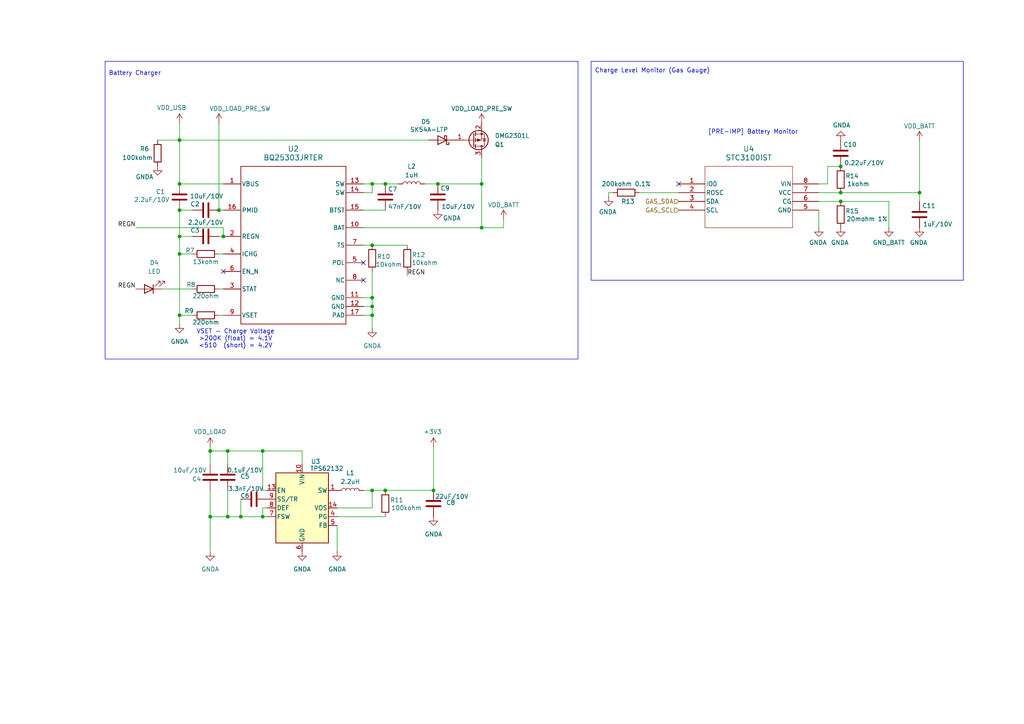
<source format=kicad_sch>
(kicad_sch (version 20231120) (generator "eeschema") (generator_version "8.0")
  (paper "A4")
  (lib_symbols
    (symbol "BQ25303JRTER:BQ25303JRTER" (pin_names (offset 0.254))
      (property "Reference" "U" (at 0 2.54 0))
      (property "Value" "BQ25303JRTER" (at 0 0 0))
      (symbol "BQ25303JRTER_0_1"
        (polyline (pts (xy -15.24 -22.86) (xy 15.24 -22.86)) (stroke (width 0.2032)))
        (polyline (pts (xy -15.24 22.86) (xy -15.24 -22.86)) (stroke (width 0.2032)))
        (polyline (pts (xy 15.24 -22.86) (xy 15.24 22.86)) (stroke (width 0.2032)))
        (polyline (pts (xy 15.24 22.86) (xy -15.24 22.86)) (stroke (width 0.2032)))
        (pin power_in line (at -20.32 17.78 0) (length 5.08) (name "VBUS") (number "1"))
        (pin power_in line (at 20.32 5.08 180) (length 5.08) (name "BAT") (number "10"))
        (pin power_in line (at 20.32 -15.24 180) (length 5.08) (name "GND") (number "11"))
        (pin power_in line (at 20.32 -17.78 180) (length 5.08) (name "GND") (number "12"))
        (pin power_in line (at 20.32 17.78 180) (length 5.08) (name "SW") (number "13"))
        (pin power_in line (at 20.32 15.24 180) (length 5.08) (name "SW") (number "14"))
        (pin power_in line (at 20.32 10.16 180) (length 5.08) (name "BTST") (number "15"))
        (pin output line (at -20.32 10.16 0) (length 5.08) (name "PMID") (number "16"))
        (pin power_in line (at 20.32 -20.32 180) (length 5.08) (name "PAD") (number "17"))
        (pin power_in line (at -20.32 2.54 0) (length 5.08) (name "REGN") (number "2"))
        (pin open_collector line (at -20.32 -12.7 0) (length 5.08) (name "STAT") (number "3"))
        (pin output line (at -20.32 -2.54 0) (length 5.08) (name "ICHG") (number "4"))
        (pin unspecified line (at 20.32 -5.08 180) (length 5.08) (name "POL") (number "5"))
        (pin input line (at -20.32 -7.62 0) (length 5.08) (name "EN_N") (number "6"))
        (pin input line (at 20.32 0 180) (length 5.08) (name "TS") (number "7"))
        (pin unspecified line (at 20.32 -10.16 180) (length 5.08) (name "NC") (number "8"))
        (pin input line (at -20.32 -20.32 0) (length 5.08) (name "VSET") (number "9"))
      )
    )
    (symbol "Device:C" (pin_numbers hide) (pin_names (offset 0.254))
      (property "Reference" "C" (at 0.635 2.54 0))
      (property "Value" "C" (at 0.635 -2.54 0))
      (symbol "C_0_1"
        (polyline (pts (xy -2.032 -0.762) (xy 2.032 -0.762)) (stroke (width 0.508)))
        (polyline (pts (xy -2.032 0.762) (xy 2.032 0.762)) (stroke (width 0.508)))
      )
      (symbol "C_1_1"
        (pin passive line (at 0 3.81 270) (length 2.794) (name "~") (number "1"))
        (pin passive line (at 0 -3.81 90) (length 2.794) (name "~") (number "2"))
      )
    )
    (symbol "Device:D_Schottky" (pin_numbers hide) (pin_names (offset 1.016) hide)
      (property "Reference" "D" (at 0 2.54 0))
      (property "Value" "D_Schottky" (at 0 -2.54 0))
      (symbol "D_Schottky_0_1"
        (polyline (pts (xy 1.27 0) (xy -1.27 0)))
        (polyline (pts (xy 1.27 1.27) (xy 1.27 -1.27) (xy -1.27 0) (xy 1.27 1.27)) (stroke (width 0.254)))
        (polyline (pts (xy -1.905 0.635) (xy -1.905 1.27) (xy -1.27 1.27) (xy -1.27 -1.27) (xy -0.635 -1.27) (xy -0.635 -0.635)) (stroke (width 0.254)))
      )
      (symbol "D_Schottky_1_1"
        (pin passive line (at -3.81 0 0) (length 2.54) (name "K") (number "1"))
        (pin passive line (at 3.81 0 180) (length 2.54) (name "A") (number "2"))
      )
    )
    (symbol "Device:L" (pin_numbers hide) (pin_names (offset 1.016) hide)
      (property "Reference" "L" (at -1.27 0 90))
      (property "Value" "L" (at 1.905 0 90))
      (symbol "L_0_1"
        (arc (start 0 -2.54) (mid 0.6323 -1.905) (end 0 -1.27))
        (arc (start 0 -1.27) (mid 0.6323 -0.635) (end 0 0))
        (arc (start 0 0) (mid 0.6323 0.635) (end 0 1.27))
        (arc (start 0 1.27) (mid 0.6323 1.905) (end 0 2.54))
      )
      (symbol "L_1_1"
        (pin passive line (at 0 3.81 270) (length 1.27) (name "1") (number "1"))
        (pin passive line (at 0 -3.81 90) (length 1.27) (name "2") (number "2"))
      )
    )
    (symbol "Device:LED" (pin_numbers hide) (pin_names (offset 1.016) hide)
      (property "Reference" "D" (at 0 2.54 0))
      (property "Value" "LED" (at 0 -2.54 0))
      (symbol "LED_0_1"
        (polyline (pts (xy -1.27 -1.27) (xy -1.27 1.27)) (stroke (width 0.254)))
        (polyline (pts (xy -1.27 0) (xy 1.27 0)))
        (polyline (pts (xy 1.27 -1.27) (xy 1.27 1.27) (xy -1.27 0) (xy 1.27 -1.27)) (stroke (width 0.254)))
        (polyline (pts (xy -3.048 -0.762) (xy -4.572 -2.286) (xy -3.81 -2.286) (xy -4.572 -2.286) (xy -4.572 -1.524)))
        (polyline (pts (xy -1.778 -0.762) (xy -3.302 -2.286) (xy -2.54 -2.286) (xy -3.302 -2.286) (xy -3.302 -1.524)))
      )
      (symbol "LED_1_1"
        (pin passive line (at -3.81 0 0) (length 2.54) (name "K") (number "1"))
        (pin passive line (at 3.81 0 180) (length 2.54) (name "A") (number "2"))
      )
    )
    (symbol "Device:R" (pin_numbers hide) (pin_names (offset 0))
      (property "Reference" "R" (at 2.032 0 90))
      (property "Value" "R" (at 0 0 90))
      (symbol "R_0_1"
        (rectangle (start -1.016 -2.54) (end 1.016 2.54) (stroke (width 0.254)))
      )
      (symbol "R_1_1"
        (pin passive line (at 0 3.81 270) (length 1.27) (name "~") (number "1"))
        (pin passive line (at 0 -3.81 90) (length 1.27) (name "~") (number "2"))
      )
    )
    (symbol "Regulator_Switching:TPS62132" (pin_names (offset 0.254))
      (property "Reference" "U" (at 3.81 13.97 0))
      (property "Value" "TPS62132" (at 3.81 11.43 0))
      (symbol "TPS62132_0_1"
        (rectangle (start -7.62 10.16) (end 7.62 -10.16) (stroke (width 0.254)) (fill (type background)))
      )
      (symbol "TPS62132_1_1"
        (pin output line (at 10.16 5.08 180) (length 2.54) (name "SW") (number "1"))
        (pin power_in line (at 0 12.7 270) (length 2.54) (name "VIN") (number "10"))
        (pin passive line (at 0 12.7 270) (length 2.54) hide (name "VIN") (number "11"))
        (pin passive line (at 0 12.7 270) (length 2.54) hide (name "VIN") (number "12"))
        (pin input line (at -10.16 5.08 0) (length 2.54) (name "EN") (number "13"))
        (pin input line (at 10.16 0 180) (length 2.54) (name "VOS") (number "14"))
        (pin passive line (at 0 -12.7 90) (length 2.54) hide (name "GND") (number "15"))
        (pin passive line (at 0 -12.7 90) (length 2.54) hide (name "GND") (number "16"))
        (pin passive line (at 0 -12.7 90) (length 2.54) hide (name "GND") (number "17"))
        (pin passive line (at 10.16 5.08 180) (length 2.54) hide (name "SW") (number "2"))
        (pin passive line (at 10.16 5.08 180) (length 2.54) hide (name "SW") (number "3"))
        (pin open_collector line (at 10.16 -2.54 180) (length 2.54) (name "PG") (number "4"))
        (pin input line (at 10.16 -5.08 180) (length 2.54) (name "FB") (number "5"))
        (pin power_in line (at 0 -12.7 90) (length 2.54) (name "GND") (number "6"))
        (pin input line (at -10.16 -2.54 0) (length 2.54) (name "FSW") (number "7"))
        (pin input line (at -10.16 0 0) (length 2.54) (name "DEF") (number "8"))
        (pin input line (at -10.16 2.54 0) (length 2.54) (name "SS/TR") (number "9"))
      )
    )
    (symbol "STC3100IST:STC3100IST" (pin_names (offset 0.254))
      (property "Reference" "U" (at 20.32 10.16 0))
      (property "Value" "STC3100IST" (at 20.32 7.62 0))
      (symbol "STC3100IST_0_1"
        (polyline (pts (xy 7.62 -12.7) (xy 33.02 -12.7)) (stroke (width 0.127)))
        (polyline (pts (xy 7.62 5.08) (xy 7.62 -12.7)) (stroke (width 0.127)))
        (polyline (pts (xy 33.02 -12.7) (xy 33.02 5.08)) (stroke (width 0.127)))
        (polyline (pts (xy 33.02 5.08) (xy 7.62 5.08)) (stroke (width 0.127)))
        (pin bidirectional line (at 0 0 0) (length 7.62) (name "IO0") (number "1"))
        (pin unspecified line (at 0 -2.54 0) (length 7.62) (name "ROSC") (number "2"))
        (pin bidirectional line (at 0 -5.08 0) (length 7.62) (name "SDA") (number "3"))
        (pin input line (at 0 -7.62 0) (length 7.62) (name "SCL") (number "4"))
        (pin power_in line (at 40.64 -7.62 180) (length 7.62) (name "GND") (number "5"))
        (pin input line (at 40.64 -5.08 180) (length 7.62) (name "CG") (number "6"))
        (pin power_in line (at 40.64 -2.54 180) (length 7.62) (name "VCC") (number "7"))
        (pin input line (at 40.64 0 180) (length 7.62) (name "VIN") (number "8"))
      )
    )
    (symbol "Transistor_FET:DMG2301L" (pin_names hide)
      (property "Reference" "Q" (at 5.08 1.905 0))
      (property "Value" "DMG2301L" (at 5.08 0 0))
      (symbol "DMG2301L_0_1"
        (polyline (pts (xy 0.254 0) (xy -2.54 0)))
        (polyline (pts (xy 0.254 1.905) (xy 0.254 -1.905)) (stroke (width 0.254)))
        (polyline (pts (xy 0.762 -1.27) (xy 0.762 -2.286)) (stroke (width 0.254)))
        (polyline (pts (xy 0.762 0.508) (xy 0.762 -0.508)) (stroke (width 0.254)))
        (polyline (pts (xy 0.762 2.286) (xy 0.762 1.27)) (stroke (width 0.254)))
        (polyline (pts (xy 2.54 2.54) (xy 2.54 1.778)))
        (polyline (pts (xy 2.54 -2.54) (xy 2.54 0) (xy 0.762 0)))
        (polyline (pts (xy 0.762 1.778) (xy 3.302 1.778) (xy 3.302 -1.778) (xy 0.762 -1.778)))
        (polyline (pts (xy 2.286 0) (xy 1.27 0.381) (xy 1.27 -0.381) (xy 2.286 0)) (fill (type outline)))
        (polyline (pts (xy 2.794 -0.508) (xy 2.921 -0.381) (xy 3.683 -0.381) (xy 3.81 -0.254)))
        (polyline (pts (xy 3.302 -0.381) (xy 2.921 0.254) (xy 3.683 0.254) (xy 3.302 -0.381)))
        (circle (center 1.651 0) (radius 2.794) (stroke (width 0.254)))
        (circle (center 2.54 -1.778) (radius 0.254) (fill (type outline)))
        (circle (center 2.54 1.778) (radius 0.254) (fill (type outline)))
      )
      (symbol "DMG2301L_1_1"
        (pin input line (at -5.08 0 0) (length 2.54) (name "G") (number "1"))
        (pin passive line (at 2.54 -5.08 90) (length 2.54) (name "S") (number "2"))
        (pin passive line (at 2.54 5.08 270) (length 2.54) (name "D") (number "3"))
      )
    )
    (symbol "power:+3V3" (power) (pin_numbers hide) (pin_names (offset 0) hide)
      (property "Value" "+3V3" (at 0 3.556 0))
      (symbol "+3V3_0_1"
        (polyline (pts (xy -0.762 1.27) (xy 0 2.54)))
        (polyline (pts (xy 0 0) (xy 0 2.54)))
        (polyline (pts (xy 0 2.54) (xy 0.762 1.27)))
      )
      (symbol "+3V3_1_1"
        (pin power_in line (at 0 0 90) (length 0) (name "~") (number "1"))
      )
    )
    (symbol "power:GND" (power) (pin_numbers hide) (pin_names (offset 0) hide)
      (property "Value" "GND" (at 0 -3.81 0))
      (symbol "GND_0_1"
        (polyline (pts (xy 0 0) (xy 0 -1.27) (xy 1.27 -1.27) (xy 0 -2.54) (xy -1.27 -1.27) (xy 0 -1.27)))
      )
      (symbol "GND_1_1"
        (pin power_in line (at 0 0 270) (length 0) (name "~") (number "1"))
      )
    )
    (symbol "power:GNDA" (power) (pin_numbers hide) (pin_names (offset 0) hide)
      (property "Value" "GNDA" (at 0 -3.81 0))
      (symbol "GNDA_0_1"
        (polyline (pts (xy 0 0) (xy 0 -1.27) (xy 1.27 -1.27) (xy 0 -2.54) (xy -1.27 -1.27) (xy 0 -1.27)))
      )
      (symbol "GNDA_1_1"
        (pin power_in line (at 0 0 270) (length 0) (name "~") (number "1"))
      )
    )
  )
  (junction (at 139.7 53.34))
  (junction (at 107.95 71.12))
  (junction (at 52.07 73.66))
  (junction (at 76.2 130.81))
  (junction (at 60.96 149.86))
  (junction (at 243.84 58.42))
  (junction (at 63.5 60.96))
  (junction (at 52.07 40.64))
  (junction (at 243.84 48.26))
  (junction (at 243.84 55.88))
  (junction (at 111.76 142.24))
  (junction (at 139.7 66.04))
  (junction (at 66.04 130.81))
  (junction (at 107.95 142.24))
  (junction (at 125.73 142.24))
  (junction (at 60.96 130.81))
  (junction (at 111.76 53.34))
  (junction (at 52.07 60.96))
  (junction (at 107.95 91.44))
  (junction (at 266.7 55.88))
  (junction (at 64.77 68.58))
  (junction (at 127 53.34))
  (junction (at 52.07 68.58))
  (junction (at 52.07 53.34))
  (junction (at 107.95 88.9))
  (junction (at 107.95 86.36))
  (junction (at 107.95 53.34))
  (junction (at 52.07 91.44))
  (junction (at 66.04 149.86))
  (junction (at 76.2 149.86))
  (junction (at 69.85 149.86))
  (no_connect (at 105.41 76.2))
  (no_connect (at 64.77 78.74))
  (no_connect (at 196.85 53.34))
  (no_connect (at 105.41 81.28))
  (wire (pts (xy 77.47 147.32) (xy 76.2 147.32)))
  (wire (pts (xy 39.37 66.04) (xy 64.77 66.04)))
  (wire (pts (xy 69.85 144.78) (xy 69.85 149.86)))
  (wire (pts (xy 146.05 66.04) (xy 139.7 66.04)))
  (wire (pts (xy 63.5 35.56) (xy 63.5 60.96)))
  (wire (pts (xy 105.41 55.88) (xy 107.95 55.88)))
  (wire (pts (xy 111.76 142.24) (xy 125.73 142.24)))
  (wire (pts (xy 46.99 83.82) (xy 55.88 83.82)))
  (wire (pts (xy 63.5 60.96) (xy 64.77 60.96)))
  (wire (pts (xy 139.7 66.04) (xy 105.41 66.04)))
  (wire (pts (xy 52.07 91.44) (xy 52.07 73.66)))
  (wire (pts (xy 63.5 68.58) (xy 64.77 68.58)))
  (wire (pts (xy 66.04 130.81) (xy 76.2 130.81)))
  (wire (pts (xy 107.95 86.36) (xy 107.95 88.9)))
  (wire (pts (xy 105.41 88.9) (xy 107.95 88.9)))
  (wire (pts (xy 237.49 55.88) (xy 243.84 55.88)))
  (wire (pts (xy 127 53.34) (xy 139.7 53.34)))
  (wire (pts (xy 107.95 88.9) (xy 107.95 91.44)))
  (wire (pts (xy 107.95 78.74) (xy 107.95 86.36)))
  (wire (pts (xy 52.07 53.34) (xy 64.77 53.34)))
  (wire (pts (xy 107.95 142.24) (xy 111.76 142.24)))
  (wire (pts (xy 52.07 68.58) (xy 52.07 60.96)))
  (wire (pts (xy 52.07 93.98) (xy 52.07 91.44)))
  (wire (pts (xy 66.04 130.81) (xy 66.04 134.62)))
  (wire (pts (xy 118.11 80.01) (xy 118.11 78.74)))
  (wire (pts (xy 97.79 149.86) (xy 111.76 149.86)))
  (wire (pts (xy 123.19 53.34) (xy 127 53.34)))
  (wire (pts (xy 107.95 53.34) (xy 111.76 53.34)))
  (wire (pts (xy 60.96 142.24) (xy 60.96 149.86)))
  (wire (pts (xy 52.07 60.96) (xy 55.88 60.96)))
  (wire (pts (xy 237.49 66.04) (xy 237.49 60.96)))
  (wire (pts (xy 257.81 58.42) (xy 257.81 66.04)))
  (wire (pts (xy 66.04 149.86) (xy 69.85 149.86)))
  (wire (pts (xy 60.96 129.54) (xy 60.96 130.81)))
  (wire (pts (xy 176.53 57.15) (xy 176.53 55.88)))
  (wire (pts (xy 45.72 40.64) (xy 52.07 40.64)))
  (wire (pts (xy 266.7 58.42) (xy 266.7 55.88)))
  (wire (pts (xy 87.63 130.81) (xy 87.63 134.62)))
  (wire (pts (xy 60.96 130.81) (xy 60.96 134.62)))
  (wire (pts (xy 63.5 91.44) (xy 64.77 91.44)))
  (wire (pts (xy 107.95 86.36) (xy 105.41 86.36)))
  (wire (pts (xy 76.2 147.32) (xy 76.2 149.86)))
  (wire (pts (xy 107.95 55.88) (xy 107.95 53.34)))
  (wire (pts (xy 125.73 129.54) (xy 125.73 142.24)))
  (wire (pts (xy 52.07 40.64) (xy 124.46 40.64)))
  (wire (pts (xy 146.05 66.04) (xy 146.05 63.5)))
  (wire (pts (xy 243.84 55.88) (xy 266.7 55.88)))
  (wire (pts (xy 69.85 149.86) (xy 76.2 149.86)))
  (wire (pts (xy 240.03 48.26) (xy 243.84 48.26)))
  (wire (pts (xy 139.7 45.72) (xy 139.7 53.34)))
  (wire (pts (xy 237.49 58.42) (xy 243.84 58.42)))
  (wire (pts (xy 66.04 142.24) (xy 66.04 149.86)))
  (wire (pts (xy 139.7 53.34) (xy 139.7 66.04)))
  (wire (pts (xy 60.96 130.81) (xy 66.04 130.81)))
  (wire (pts (xy 55.88 73.66) (xy 52.07 73.66)))
  (wire (pts (xy 52.07 73.66) (xy 52.07 68.58)))
  (wire (pts (xy 105.41 142.24) (xy 107.95 142.24)))
  (wire (pts (xy 107.95 53.34) (xy 105.41 53.34)))
  (wire (pts (xy 64.77 66.04) (xy 64.77 68.58)))
  (wire (pts (xy 76.2 149.86) (xy 77.47 149.86)))
  (wire (pts (xy 107.95 91.44) (xy 107.95 95.25)))
  (wire (pts (xy 107.95 147.32) (xy 107.95 142.24)))
  (wire (pts (xy 97.79 147.32) (xy 107.95 147.32)))
  (wire (pts (xy 63.5 83.82) (xy 64.77 83.82)))
  (wire (pts (xy 60.96 149.86) (xy 66.04 149.86)))
  (wire (pts (xy 55.88 68.58) (xy 52.07 68.58)))
  (wire (pts (xy 257.81 58.42) (xy 243.84 58.42)))
  (wire (pts (xy 237.49 53.34) (xy 240.03 53.34)))
  (wire (pts (xy 266.7 40.64) (xy 266.7 55.88)))
  (wire (pts (xy 76.2 130.81) (xy 87.63 130.81)))
  (wire (pts (xy 76.2 142.24) (xy 77.47 142.24)))
  (wire (pts (xy 115.57 53.34) (xy 111.76 53.34)))
  (wire (pts (xy 240.03 53.34) (xy 240.03 48.26)))
  (wire (pts (xy 55.88 91.44) (xy 52.07 91.44)))
  (wire (pts (xy 52.07 53.34) (xy 52.07 40.64)))
  (wire (pts (xy 105.41 71.12) (xy 107.95 71.12)))
  (wire (pts (xy 52.07 35.56) (xy 52.07 40.64)))
  (wire (pts (xy 176.53 55.88) (xy 177.8 55.88)))
  (wire (pts (xy 105.41 60.96) (xy 111.76 60.96)))
  (wire (pts (xy 63.5 73.66) (xy 64.77 73.66)))
  (wire (pts (xy 76.2 142.24) (xy 76.2 130.81)))
  (wire (pts (xy 97.79 160.02) (xy 97.79 152.4)))
  (wire (pts (xy 105.41 91.44) (xy 107.95 91.44)))
  (wire (pts (xy 60.96 149.86) (xy 60.96 160.02)))
  (wire (pts (xy 107.95 71.12) (xy 118.11 71.12)))
  (wire (pts (xy 185.42 55.88) (xy 196.85 55.88)))
  (rectangle (start 30.48 17.78) (end 167.64 104.14))
  (rectangle (start 171.45 17.78) (end 279.4 81.28))
  (text "Battery Charger" (at 39.116 21.336 0) (effects (font (size 1.27 1.27))))
  (text "[PRE-IMP] Battery Monitor" (at 218.44 38.354 0) (effects (font (size 1.27 1.27))))
  (text "Charge Level Monitor (Gas Gauge)" (at 189.23 20.574 0) (effects (font (size 1.27 1.27))))
  (text "VSET - Charge Voltage\n>200K (float) = 4.1V\n<510  (short) = 4.2V" (at 68.326 98.298 0) (effects (font (size 1.27 1.27))))
  (label "REGN" (at 39.37 83.82 180))
  (label "REGN" (at 39.37 66.04 180))
  (label "REGN" (at 118.11 80.01 0))
  (hierarchical_label "GAS_SCL" (shape input) (at 196.85 60.96 180))
  (hierarchical_label "GAS_SDA" (shape input) (at 196.85 58.42 180))
  (symbol (lib_id "Device:R") (at 243.84 52.07 180) (unit 1)
    (property "Reference" "R14" (at 247.142 51.054 0))
    (property "Value" "1kohm" (at 248.92 53.34 0))
    (property "Footprint" "Resistor_SMD:R_0603_1608Metric" (effects (hide yes)))
    (property "Description" "Resistor" (effects (hide yes)))
    (property "MANUF_PN" "RMCF0603FT1K00" (effects (hide yes)))
  )
  (symbol (lib_id "power:+3V3") (at 63.5 35.56 0) (unit 1)
    (property "Reference" "#PWR041" (effects (hide yes)))
    (property "Value" "VDD_LOAD_PRE_SW" (at 60.706 31.496 0) (effects (justify left)))
    (property "Description" "Power symbol creates a global label with name \"+3V3\"" (effects (hide yes)))
  )
  (symbol (lib_id "BQ25303JRTER:BQ25303JRTER") (at 85.09 71.12 0) (unit 1)
    (property "Reference" "U2" (at 85.09 43.18 0) (effects (font (size 1.524 1.524))))
    (property "Value" "BQ25303JRTER" (at 85.09 45.72 0) (effects (font (size 1.524 1.524))))
    (property "Footprint" "BQ25303JRTER:RTE0016C" (effects (hide yes)))
    (property "Datasheet" "https://www.digikey.ca/en/products/detail/texas-instruments/BQ25303JRTER/13918770" (effects (hide yes)))
    (property "MANUF_PN" "BQ25303JRTER" (effects (hide yes)))
  )
  (symbol (lib_id "Device:C") (at 59.69 68.58 90) (unit 1)
    (property "Reference" "C3" (at 57.912 66.802 90) (effects (justify left)))
    (property "Value" "2.2uF/10V" (at 64.77 64.516 90) (effects (justify left)))
    (property "Footprint" "Capacitor_SMD:C_0603_1608Metric" (effects (hide yes)))
    (property "Description" "Unpolarized capacitor" (effects (hide yes)))
    (property "MANUF_PN" "C0603C225K4PACTU" (effects (hide yes)))
  )
  (symbol (lib_id "Regulator_Switching:TPS62132") (at 87.63 147.32 0) (unit 1)
    (property "Reference" "U3" (at 90.17 133.858 0) (effects (justify left)))
    (property "Value" "TPS62132" (at 89.916 135.89 0) (effects (justify left)))
    (property "Footprint" "Package_DFN_QFN:VQFN-16-1EP_3x3mm_P0.5mm_EP1.68x1.68mm_ThermalVias" (effects (hide yes)))
    (property "Datasheet" "https://www.digikey.ca/en/products/detail/texas-instruments/TPS62132RGTR/2786726" (effects (hide yes)))
    (property "Description" "3A Step-Down Converter with DCS-Control, Fixed 3.3V Output Voltage, 3-17V Input Voltage, QFN-16" (effects (hide yes)))
    (property "MANUF_PN" "TPS62132RGTR" (effects (hide yes)))
  )
  (symbol (lib_id "Device:C") (at 60.96 138.43 180) (unit 1)
    (property "Reference" "C4" (at 58.42 138.938 0) (effects (justify left)))
    (property "Value" "10uF/10V" (at 59.944 136.398 0) (effects (justify left)))
    (property "Footprint" "Capacitor_SMD:C_1210_3225Metric" (effects (hide yes)))
    (property "Description" "Unpolarized capacitor" (effects (hide yes)))
    (property "MANUF_PN" "LMK325B7106KN-T" (effects (hide yes)))
  )
  (symbol (lib_id "power:GNDA") (at 97.79 160.02 0) (unit 1)
    (property "Reference" "#PWR043" (effects (hide yes)))
    (property "Value" "GNDA" (at 97.79 165.1 0))
    (property "Description" "Power symbol creates a global label with name \"GNDA\" , analog ground" (effects (hide yes)))
  )
  (symbol (lib_id "Device:R") (at 243.84 62.23 180) (unit 1)
    (property "Reference" "R15" (at 247.142 61.214 0))
    (property "Value" "20mohm 1%" (at 251.46 63.5 0))
    (property "Footprint" "Resistor_SMD:R_0805_2012Metric" (effects (hide yes)))
    (property "Datasheet" "https://www.digikey.ca/en/products/detail/panasonic-electronic-components/ERJ-6CWDR020V/10261701" (effects (hide yes)))
    (property "Description" "Resistor" (effects (hide yes)))
    (property "MANUF_PN" "ERJ-6CWDR020V" (effects (hide yes)))
  )
  (symbol (lib_id "Device:R") (at 118.11 74.93 180) (unit 1)
    (property "Reference" "R12" (at 121.412 73.914 0))
    (property "Value" "10kohm" (at 123.19 76.2 0))
    (property "Footprint" "Capacitor_SMD:C_0603_1608Metric" (effects (hide yes)))
    (property "Description" "Resistor" (effects (hide yes)))
    (property "MANUF_PN" "RC0603FR-0710KL" (effects (hide yes)))
  )
  (symbol (lib_id "Device:C") (at 59.69 60.96 90) (unit 1)
    (property "Reference" "C2" (at 57.912 59.182 90) (effects (justify left)))
    (property "Value" "10uF/10V" (at 64.77 56.896 90) (effects (justify left)))
    (property "Footprint" "Capacitor_SMD:C_0603_1608Metric" (effects (hide yes)))
    (property "Description" "Unpolarized capacitor" (effects (hide yes)))
    (property "MANUF_PN" "CL10A106KP8NNNC" (effects (hide yes)))
  )
  (symbol (lib_id "power:GNDA") (at 125.73 149.86 0) (unit 1)
    (property "Reference" "#PWR046" (effects (hide yes)))
    (property "Value" "GNDA" (at 125.73 154.94 0))
    (property "Description" "Power symbol creates a global label with name \"GNDA\" , analog ground" (effects (hide yes)))
  )
  (symbol (lib_id "STC3100IST:STC3100IST") (at 196.85 53.34 0) (unit 1)
    (property "Reference" "U4" (at 217.17 43.18 0) (effects (font (size 1.524 1.524))))
    (property "Value" "STC3100IST" (at 217.17 45.72 0) (effects (font (size 1.524 1.524))))
    (property "Footprint" "STC3100IST:MiniSO8_STM" (effects (hide yes)))
    (property "Datasheet" "https://www.digikey.com/en/products/detail/stmicroelectronics/STC3100IST/2270931" (effects (hide yes)))
    (property "MANUF_PN" "STC3100IST" (effects (hide yes)))
  )
  (symbol (lib_id "power:GNDA") (at 87.63 160.02 0) (unit 1)
    (property "Reference" "#PWR042" (effects (hide yes)))
    (property "Value" "GNDA" (at 87.63 165.1 0))
    (property "Description" "Power symbol creates a global label with name \"GNDA\" , analog ground" (effects (hide yes)))
  )
  (symbol (lib_id "power:GNDA") (at 107.95 95.25 0) (unit 1)
    (property "Reference" "#PWR044" (effects (hide yes)))
    (property "Value" "GNDA" (at 107.95 100.33 0))
    (property "Description" "Power symbol creates a global label with name \"GNDA\" , analog ground" (effects (hide yes)))
  )
  (symbol (lib_id "power:+3V3") (at 139.7 35.56 0) (unit 1)
    (property "Reference" "#PWR048" (effects (hide yes)))
    (property "Value" "VDD_LOAD_PRE_SW" (at 130.81 31.496 0) (effects (justify left)))
    (property "Description" "Power symbol creates a global label with name \"+3V3\"" (effects (hide yes)))
  )
  (symbol (lib_id "power:GNDA") (at 237.49 66.04 0) (unit 1)
    (property "Reference" "#PWR051" (effects (hide yes)))
    (property "Value" "GNDA" (at 237.236 70.358 0))
    (property "Description" "Power symbol creates a global label with name \"GNDA\" , analog ground" (effects (hide yes)))
  )
  (symbol (lib_id "power:GNDA") (at 243.84 66.04 0) (unit 1)
    (property "Reference" "#PWR053" (effects (hide yes)))
    (property "Value" "GNDA" (at 243.586 70.358 0))
    (property "Description" "Power symbol creates a global label with name \"GNDA\" , analog ground" (effects (hide yes)))
  )
  (symbol (lib_id "Device:C") (at 127 57.15 0) (unit 1)
    (property "Reference" "C9" (at 127.762 54.61 0) (effects (justify left)))
    (property "Value" "10uF/10V" (at 128.016 59.944 0) (effects (justify left)))
    (property "Footprint" "Capacitor_SMD:C_0603_1608Metric" (effects (hide yes)))
    (property "Description" "Unpolarized capacitor" (effects (hide yes)))
    (property "MANUF_PN" "CL10A106KP8NNNC" (effects (hide yes)))
  )
  (symbol (lib_id "power:GNDA") (at 60.96 160.02 0) (unit 1)
    (property "Reference" "#PWR040" (effects (hide yes)))
    (property "Value" "GNDA" (at 60.96 165.1 0))
    (property "Description" "Power symbol creates a global label with name \"GNDA\" , analog ground" (effects (hide yes)))
  )
  (symbol (lib_id "Device:R") (at 111.76 146.05 180) (unit 1)
    (property "Reference" "R11" (at 115.062 145.034 0))
    (property "Value" "100kohm" (at 117.856 147.32 0))
    (property "Footprint" "Resistor_SMD:R_0603_1608Metric" (effects (hide yes)))
    (property "Description" "Resistor" (effects (hide yes)))
    (property "MANUF_PN" "RMCF0603FT100K" (effects (hide yes)))
  )
  (symbol (lib_id "power:GNDA") (at 266.7 66.04 0) (unit 1)
    (property "Reference" "#PWR056" (effects (hide yes)))
    (property "Value" "GNDA" (at 266.446 70.358 0))
    (property "Description" "Power symbol creates a global label with name \"GNDA\" , analog ground" (effects (hide yes)))
  )
  (symbol (lib_id "power:+3V3") (at 266.7 40.64 0) (unit 1)
    (property "Reference" "#PWR055" (effects (hide yes)))
    (property "Value" "VDD_BATT" (at 262.128 36.576 0) (effects (justify left)))
    (property "Description" "Power symbol creates a global label with name \"+3V3\"" (effects (hide yes)))
  )
  (symbol (lib_id "Device:R") (at 59.69 91.44 90) (unit 1)
    (property "Reference" "R9" (at 54.864 90.17 90))
    (property "Value" "220ohm" (at 59.69 93.472 90))
    (property "Footprint" "Resistor_SMD:R_0603_1608Metric" (effects (hide yes)))
    (property "Description" "Resistor" (effects (hide yes)))
    (property "MANUF_PN" "RMCF0603FT220R" (effects (hide yes)))
  )
  (symbol (lib_id "power:GNDA") (at 176.53 57.15 0) (unit 1)
    (property "Reference" "#PWR050" (effects (hide yes)))
    (property "Value" "GNDA" (at 176.276 61.468 0))
    (property "Description" "Power symbol creates a global label with name \"GNDA\" , analog ground" (effects (hide yes)))
  )
  (symbol (lib_id "Device:C") (at 66.04 138.43 180) (unit 1)
    (property "Reference" "C5" (at 72.39 138.176 0) (effects (justify left)))
    (property "Value" "0.1uF/10V" (at 76.2 136.398 0) (effects (justify left)))
    (property "Footprint" "Capacitor_SMD:C_0603_1608Metric" (effects (hide yes)))
    (property "Description" "Unpolarized capacitor" (effects (hide yes)))
    (property "MANUF_PN" "C0603C104K5RAC7411" (effects (hide yes)))
  )
  (symbol (lib_id "power:+3V3") (at 60.96 129.54 0) (unit 1)
    (property "Reference" "#PWR039" (effects (hide yes)))
    (property "Value" "VDD_LOAD" (at 56.134 125.222 0) (effects (justify left)))
    (property "Description" "Power symbol creates a global label with name \"+3V3\"" (effects (hide yes)))
  )
  (symbol (lib_id "Device:R") (at 59.69 73.66 90) (unit 1)
    (property "Reference" "R7" (at 55.118 72.644 90))
    (property "Value" "13kohm" (at 59.69 75.946 90))
    (property "Footprint" "Resistor_SMD:R_0603_1608Metric" (effects (hide yes)))
    (property "Description" "Resistor" (effects (hide yes)))
    (property "MANUF_PN" "RC0603FR-0713KL" (effects (hide yes)))
  )
  (symbol (lib_id "power:GND") (at 257.81 66.04 0) (unit 1)
    (property "Reference" "#PWR054" (effects (hide yes)))
    (property "Value" "GND_BATT" (at 257.81 70.358 0))
    (property "Description" "Power symbol creates a global label with name \"GND\" , ground" (effects (hide yes)))
  )
  (symbol (lib_id "Device:LED") (at 43.18 83.82 180) (unit 1)
    (property "Reference" "D4" (at 44.7675 76.2 0))
    (property "Value" "LED" (at 44.7675 78.74 0))
    (property "Footprint" "LED_SMD:LED_0603_1608Metric" (effects (hide yes)))
    (property "Description" "Light emitting diode" (effects (hide yes)))
    (property "MANUF_PN" "LTST-C190GKT" (effects (hide yes)))
  )
  (symbol (lib_id "power:+3V3") (at 146.05 63.5 0) (unit 1)
    (property "Reference" "#PWR049" (effects (hide yes)))
    (property "Value" "VDD_BATT" (at 141.478 59.436 0) (effects (justify left)))
    (property "Description" "Power symbol creates a global label with name \"+3V3\"" (effects (hide yes)))
  )
  (symbol (lib_id "Device:L") (at 119.38 53.34 90) (unit 1)
    (property "Reference" "L2" (at 119.38 48.26 90))
    (property "Value" "1uH" (at 119.38 50.8 90))
    (property "Footprint" "Inductor_SMD:L_Wuerth_MAPI-4030" (effects (hide yes)))
    (property "Datasheet" "74438357082" (effects (hide yes)))
    (property "Description" "Inductor" (effects (hide yes)))
    (property "MANUF_PN" "74438357010" (effects (hide yes)))
  )
  (symbol (lib_id "Transistor_FET:DMG2301L") (at 137.16 40.64 0) (mirror x) (unit 1)
    (property "Reference" "Q1" (at 143.51 41.9101 0) (effects (justify left)))
    (property "Value" "DMG2301L" (at 143.51 39.3701 0) (effects (justify left)))
    (property "Footprint" "Package_TO_SOT_SMD:SOT-23" (effects (hide yes)))
    (property "Datasheet" "https://www.digikey.ca/en/products/detail/diodes-incorporated/DMG2301L-7/5768820" (effects (hide yes)))
    (property "Description" "-3A Id, -20V Vds, P-Channel MOSFET, SOT-23" (effects (hide yes)))
    (property "MANUF_PN" "DMG2301L-7" (effects (hide yes)))
  )
  (symbol (lib_id "power:GNDA") (at 243.84 40.64 180) (unit 1)
    (property "Reference" "#PWR052" (effects (hide yes)))
    (property "Value" "GNDA" (at 244.094 36.322 0))
    (property "Description" "Power symbol creates a global label with name \"GNDA\" , analog ground" (effects (hide yes)))
  )
  (symbol (lib_id "Device:C") (at 243.84 44.45 0) (unit 1)
    (property "Reference" "C10" (at 244.602 41.91 0) (effects (justify left)))
    (property "Value" "0.22uF/10V" (at 244.856 47.244 0) (effects (justify left)))
    (property "Footprint" "Capacitor_SMD:C_0603_1608Metric" (effects (hide yes)))
    (property "Description" "Unpolarized capacitor" (effects (hide yes)))
    (property "MANUF_PN" "CC0603KRX7R6BB224" (effects (hide yes)))
  )
  (symbol (lib_id "power:+3V3") (at 52.07 35.56 0) (unit 1)
    (property "Reference" "#PWR037" (effects (hide yes)))
    (property "Value" "VDD_USB" (at 49.784 31.242 0))
    (property "Description" "Power symbol creates a global label with name \"+3V3\"" (effects (hide yes)))
  )
  (symbol (lib_id "Device:R") (at 181.61 55.88 270) (unit 1)
    (property "Reference" "R13" (at 182.118 58.42 90))
    (property "Value" "200kohm 0.1%" (at 181.61 53.34 90))
    (property "Footprint" "Resistor_SMD:R_0603_1608Metric" (effects (hide yes)))
    (property "Description" "Resistor" (effects (hide yes)))
    (property "MANUF_PN" "RG1608N-204-W-T1" (effects (hide yes)))
  )
  (symbol (lib_id "power:GNDA") (at 127 60.96 0) (unit 1)
    (property "Reference" "#PWR047" (effects (hide yes)))
    (property "Value" "GNDA" (at 131.064 63.246 0))
    (property "Description" "Power symbol creates a global label with name \"GNDA\" , analog ground" (effects (hide yes)))
  )
  (symbol (lib_id "Device:R") (at 45.72 44.45 180) (unit 1)
    (property "Reference" "R6" (at 41.91 43.18 0))
    (property "Value" "100kohm" (at 39.878 45.72 0))
    (property "Footprint" "Resistor_SMD:R_0603_1608Metric" (effects (hide yes)))
    (property "Description" "Resistor" (effects (hide yes)))
    (property "MANUF_PN" "RMCF0603FT100K" (effects (hide yes)))
  )
  (symbol (lib_id "Device:R") (at 107.95 74.93 0) (unit 1)
    (property "Reference" "R10" (at 111.252 74.422 0))
    (property "Value" "10kohm" (at 112.776 76.708 0))
    (property "Footprint" "Capacitor_SMD:C_0603_1608Metric" (effects (hide yes)))
    (property "Description" "Resistor" (effects (hide yes)))
    (property "MANUF_PN" "RC0603FR-0710KL" (effects (hide yes)))
  )
  (symbol (lib_id "Device:D_Schottky") (at 128.27 40.64 180) (unit 1)
    (property "Reference" "D5" (at 123.444 35.306 0))
    (property "Value" "SK54A-LTP" (at 124.46 37.592 0))
    (property "Footprint" "Diode_SMD:D_SMA" (effects (hide yes)))
    (property "Datasheet" "https://www.digikey.ca/en/products/detail/mcc-micro-commercial-components/SK36A-LTP/2642025" (effects (hide yes)))
    (property "Description" "Schottky diode" (effects (hide yes)))
    (property "MANUF_PN" "SK54A-LTP" (effects (hide yes)))
  )
  (symbol (lib_id "Device:C") (at 52.07 57.15 0) (unit 1)
    (property "Reference" "C1" (at 45.212 55.626 0) (effects (justify left)))
    (property "Value" "2.2uF/10V" (at 38.862 57.912 0) (effects (justify left)))
    (property "Footprint" "Capacitor_SMD:C_0603_1608Metric" (effects (hide yes)))
    (property "Description" "Unpolarized capacitor" (effects (hide yes)))
    (property "MANUF_PN" "C0603C225K4PACTU" (effects (hide yes)))
  )
  (symbol (lib_id "power:GNDA") (at 45.72 48.26 0) (unit 1)
    (property "Reference" "#PWR036" (effects (hide yes)))
    (property "Value" "GNDA" (at 41.91 51.308 0))
    (property "Description" "Power symbol creates a global label with name \"GNDA\" , analog ground" (effects (hide yes)))
  )
  (symbol (lib_id "power:GNDA") (at 52.07 93.98 0) (unit 1)
    (property "Reference" "#PWR038" (effects (hide yes)))
    (property "Value" "GNDA" (at 52.07 99.06 0))
    (property "Description" "Power symbol creates a global label with name \"GNDA\" , analog ground" (effects (hide yes)))
  )
  (symbol (lib_id "Device:C") (at 111.76 57.15 0) (unit 1)
    (property "Reference" "C7" (at 112.522 54.864 0) (effects (justify left)))
    (property "Value" "47nF/10V" (at 112.522 59.944 0) (effects (justify left)))
    (property "Footprint" "Capacitor_SMD:C_0603_1608Metric" (effects (hide yes)))
    (property "Description" "Unpolarized capacitor" (effects (hide yes)))
    (property "MANUF_PN" "885012206018" (effects (hide yes)))
  )
  (symbol (lib_id "power:+3V3") (at 125.73 129.54 0) (unit 1)
    (property "Reference" "#PWR045" (effects (hide yes)))
    (property "Value" "+3V3" (at 125.476 125.222 0))
    (property "Description" "Power symbol creates a global label with name \"+3V3\"" (effects (hide yes)))
  )
  (symbol (lib_id "Device:R") (at 59.69 83.82 90) (unit 1)
    (property "Reference" "R8" (at 55.372 82.55 90))
    (property "Value" "220ohm" (at 59.69 85.852 90))
    (property "Footprint" "Resistor_SMD:R_0603_1608Metric" (effects (hide yes)))
    (property "Description" "Resistor" (effects (hide yes)))
    (property "MANUF_PN" "RMCF0603FT220R" (effects (hide yes)))
  )
  (symbol (lib_id "Device:C") (at 125.73 146.05 180) (unit 1)
    (property "Reference" "C8" (at 132.08 145.796 0) (effects (justify left)))
    (property "Value" "22uF/10V" (at 135.89 144.018 0) (effects (justify left)))
    (property "Footprint" "Capacitor_SMD:C_0805_2012Metric" (effects (hide yes)))
    (property "Description" "Unpolarized capacitor" (effects (hide yes)))
    (property "MANUF_PN" "CL21A226MPQNNNE" (effects (hide yes)))
  )
  (symbol (lib_id "Device:C") (at 266.7 62.23 0) (unit 1)
    (property "Reference" "C11" (at 267.462 59.69 0) (effects (justify left)))
    (property "Value" "1uF/10V" (at 267.716 65.024 0) (effects (justify left)))
    (property "Footprint" "Capacitor_SMD:C_0603_1608Metric" (effects (hide yes)))
    (property "Description" "Unpolarized capacitor" (effects (hide yes)))
    (property "MANUF_PN" "CL10B105KO8NNNC" (effects (hide yes)))
  )
  (symbol (lib_id "Device:C") (at 73.66 144.78 90) (unit 1)
    (property "Reference" "C6" (at 72.39 143.764 90) (effects (justify left)))
    (property "Value" "3.3nF/10V" (at 76.454 141.732 90) (effects (justify left)))
    (property "Footprint" "Capacitor_SMD:C_0603_1608Metric" (effects (hide yes)))
    (property "Description" "Unpolarized capacitor" (effects (hide yes)))
    (property "MANUF_PN" "885012206011" (effects (hide yes)))
  )
  (symbol (lib_id "Device:L") (at 101.6 142.24 90) (unit 1)
    (property "Reference" "L1" (at 101.6 137.16 90))
    (property "Value" "2.2uH" (at 101.6 139.7 90))
    (property "Footprint" "Inductor_SMD:L_Wuerth_MAPI-4030" (effects (hide yes)))
    (property "Datasheet" "74438357082" (effects (hide yes)))
    (property "Description" "Inductor" (effects (hide yes)))
    (property "MANUF_PN" "74438357022" (effects (hide yes)))
  )
)
</source>
